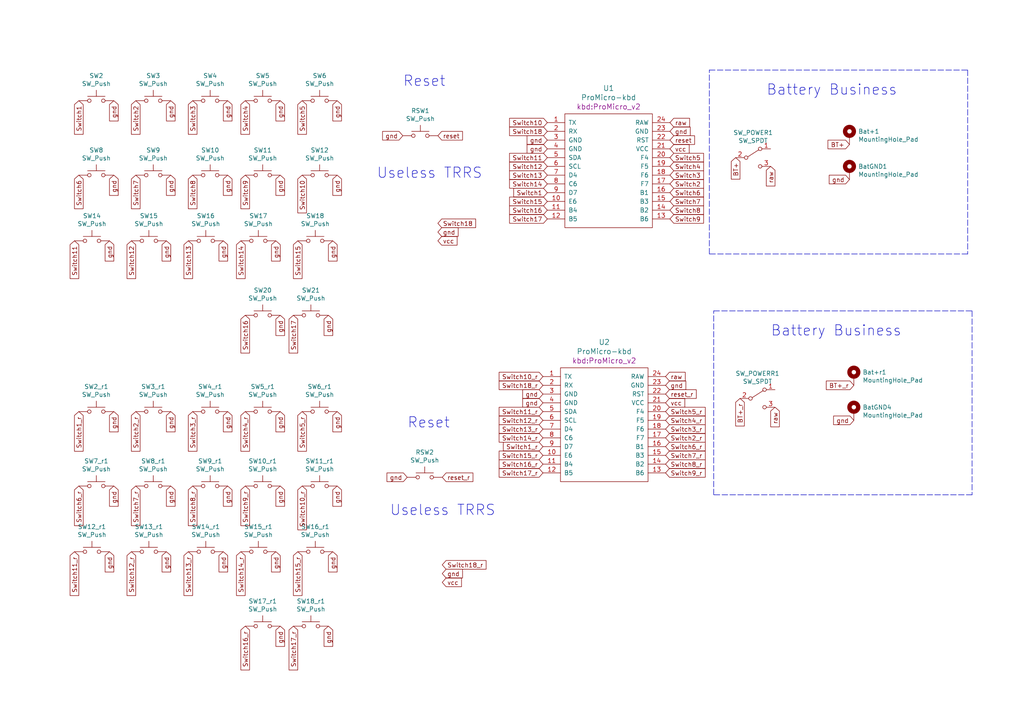
<source format=kicad_sch>
(kicad_sch (version 20211123) (generator eeschema)
  (paper "A4")
  (title_block (title "Sweep V2") (date "2021-03-10") (rev "0.1") (company "broomlabs"))
  (lib_symbols
    (symbol "Mechanical:MountingHole_Pad" (pin_numbers hide) (pin_names (offset 1.016) hide)
      (property "Reference" "H" (at 0 6.35 0))
      (property "Value" "MountingHole_Pad" (at 0 4.445 0))
      (symbol "MountingHole_Pad_0_1"
        (circle (center 0 1.27) (radius 1.27) (stroke (width 1.27)))
      )
      (symbol "MountingHole_Pad_1_1"
        (pin input line (at 0 -2.54 90) (length 2.54) (name "1") (number "1"))
      )
    )
    (symbol "Switch:SW_Push" (pin_numbers hide) (pin_names (offset 1.016) hide)
      (property "Reference" "SW" (at 1.27 2.54 0))
      (property "Value" "SW_Push" (at 0 -1.524 0))
      (symbol "SW_Push_0_1"
        (circle (center -2.032 0) (radius 0.508))
        (polyline (pts (xy 0 1.27) (xy 0 3.048)))
        (polyline (pts (xy 2.54 1.27) (xy -2.54 1.27)))
        (circle (center 2.032 0) (radius 0.508))
        (pin passive line (at -5.08 0 0) (length 2.54) (name "1") (number "1"))
        (pin passive line (at 5.08 0 180) (length 2.54) (name "2") (number "2"))
      )
    )
    (symbol "Switch:SW_SPDT" (pin_names (offset 0) hide)
      (property "Reference" "SW" (at 0 4.318 0))
      (property "Value" "SW_SPDT" (at 0 -5.08 0))
      (symbol "SW_SPDT_0_0"
        (circle (center -2.032 0) (radius 0.508))
        (circle (center 2.032 -2.54) (radius 0.508))
      )
      (symbol "SW_SPDT_0_1"
        (polyline (pts (xy -1.524 0.254) (xy 1.651 2.286)))
        (circle (center 2.032 2.54) (radius 0.508))
      )
      (symbol "SW_SPDT_1_1"
        (pin passive line (at 5.08 2.54 180) (length 2.54) (name "A") (number "1"))
        (pin passive line (at -5.08 0 0) (length 2.54) (name "B") (number "2"))
        (pin passive line (at 5.08 -2.54 180) (length 2.54) (name "C") (number "3"))
      )
    )
    (symbol "half-swept-rescue:ProMicro-kbd-bigblackpill-34key-rescue-sweepv2-rescue" (pin_names (offset 1.016))
      (property "Reference" "U" (at 0 24.13 0))
      (property "Value" "ProMicro-kbd-bigblackpill-34key-rescue-sweepv2-rescue" (at 0 -13.97 0))
      (symbol "ProMicro-kbd-bigblackpill-34key-rescue-sweepv2-rescue_0_1"
        (rectangle (start -12.7 21.59) (end 12.7 -11.43))
      )
      (symbol "ProMicro-kbd-bigblackpill-34key-rescue-sweepv2-rescue_1_1"
        (pin bidirectional line (at -17.78 19.05 0) (length 5.08) (name "TX") (number "1"))
        (pin bidirectional line (at -17.78 -3.81 0) (length 5.08) (name "E6") (number "10"))
        (pin bidirectional line (at -17.78 -6.35 0) (length 5.08) (name "B4") (number "11"))
        (pin bidirectional line (at -17.78 -8.89 0) (length 5.08) (name "B5") (number "12"))
        (pin bidirectional line (at 17.78 -8.89 180) (length 5.08) (name "B6") (number "13"))
        (pin bidirectional line (at 17.78 -6.35 180) (length 5.08) (name "B2") (number "14"))
        (pin bidirectional line (at 17.78 -3.81 180) (length 5.08) (name "B3") (number "15"))
        (pin bidirectional line (at 17.78 -1.27 180) (length 5.08) (name "B1") (number "16"))
        (pin bidirectional line (at 17.78 1.27 180) (length 5.08) (name "F7") (number "17"))
        (pin bidirectional line (at 17.78 3.81 180) (length 5.08) (name "F6") (number "18"))
        (pin bidirectional line (at 17.78 6.35 180) (length 5.08) (name "F5") (number "19"))
        (pin bidirectional line (at -17.78 16.51 0) (length 5.08) (name "RX") (number "2"))
        (pin bidirectional line (at 17.78 8.89 180) (length 5.08) (name "F4") (number "20"))
        (pin power_in line (at 17.78 11.43 180) (length 5.08) (name "VCC") (number "21"))
        (pin input line (at 17.78 13.97 180) (length 5.08) (name "RST") (number "22"))
        (pin power_in line (at 17.78 16.51 180) (length 5.08) (name "GND") (number "23"))
        (pin power_out line (at 17.78 19.05 180) (length 5.08) (name "RAW") (number "24"))
        (pin power_in line (at -17.78 13.97 0) (length 5.08) (name "GND") (number "3"))
        (pin power_in line (at -17.78 11.43 0) (length 5.08) (name "GND") (number "4"))
        (pin bidirectional line (at -17.78 8.89 0) (length 5.08) (name "SDA") (number "5"))
        (pin bidirectional line (at -17.78 6.35 0) (length 5.08) (name "SCL") (number "6"))
        (pin bidirectional line (at -17.78 3.81 0) (length 5.08) (name "D4") (number "7"))
        (pin bidirectional line (at -17.78 1.27 0) (length 5.08) (name "C6") (number "8"))
        (pin bidirectional line (at -17.78 -1.27 0) (length 5.08) (name "D7") (number "9"))
      )
    )
  )
  (polyline (pts (xy 280.67 73.66) (xy 205.74 73.66)))
  (polyline (pts (xy 281.94 90.17) (xy 281.94 143.51)))
  (polyline (pts (xy 205.74 73.66) (xy 205.74 20.32)))
  (polyline (pts (xy 280.67 20.32) (xy 280.67 73.66)))
  (polyline (pts (xy 207.01 143.51) (xy 207.01 90.17)))
  (polyline (pts (xy 207.01 90.17) (xy 281.94 90.17)))
  (polyline (pts (xy 281.94 143.51) (xy 207.01 143.51)))
  (polyline (pts (xy 205.74 20.32) (xy 280.67 20.32)))
  (text "Reset" (at 118.11 124.46 0) (effects (font (size 2.9972 2.9972)) (justify left bottom)))
  (text "Battery Business" (at 223.52 97.79 0) (effects (font (size 2.9972 2.9972)) (justify left bottom)))
  (text "Useless TRRS\n" (at 113.03 149.86 0) (effects (font (size 2.9972 2.9972)) (justify left bottom)))
  (text "Reset" (at 116.84 25.4 0) (effects (font (size 2.9972 2.9972)) (justify left bottom)))
  (text "Useless TRRS\n" (at 109.22 52.07 0) (effects (font (size 2.9972 2.9972)) (justify left bottom)))
  (text "Battery Business" (at 222.25 27.94 0) (effects (font (size 2.9972 2.9972)) (justify left bottom)))
  (global_label "gnd" (shape input) (at 81.28 181.61 270) (property "Intersheet References" "${INTERSHEET_REFS}" (effects hide)))
  (global_label "BT+" (shape input) (at 246.38 41.91 180) (property "Intersheet References" "${INTERSHEET_REFS}" (effects hide)))
  (global_label "Switch1_r" (shape input) (at 22.86 119.38 270) (property "Intersheet References" "${INTERSHEET_REFS}" (effects hide)))
  (global_label "vcc" (shape input) (at 127 69.85 0) (property "Intersheet References" "${INTERSHEET_REFS}" (effects hide)))
  (global_label "Switch18_r" (shape input) (at 157.48 111.76 180) (property "Intersheet References" "${INTERSHEET_REFS}" (effects hide)))
  (global_label "Switch10_r" (shape input) (at 157.48 109.22 180) (property "Intersheet References" "${INTERSHEET_REFS}" (effects hide)))
  (global_label "Switch8_r" (shape input) (at 193.04 134.62 0) (property "Intersheet References" "${INTERSHEET_REFS}" (effects hide)))
  (global_label "gnd" (shape input) (at 128.27 166.37 0) (property "Intersheet References" "${INTERSHEET_REFS}" (effects hide)))
  (global_label "Switch10" (shape input) (at 87.63 50.8 270) (property "Intersheet References" "${INTERSHEET_REFS}" (effects hide)))
  (global_label "Switch6" (shape input) (at 22.86 50.8 270) (property "Intersheet References" "${INTERSHEET_REFS}" (effects hide)))
  (global_label "Switch6_r" (shape input) (at 193.04 129.54 0) (property "Intersheet References" "${INTERSHEET_REFS}" (effects hide)))
  (global_label "gnd" (shape input) (at 158.75 40.64 180) (property "Intersheet References" "${INTERSHEET_REFS}" (effects hide)))
  (global_label "gnd" (shape input) (at 96.52 69.85 270) (property "Intersheet References" "${INTERSHEET_REFS}" (effects hide)))
  (global_label "Switch4" (shape input) (at 194.31 48.26 0) (property "Intersheet References" "${INTERSHEET_REFS}" (effects hide)))
  (global_label "reset_r" (shape input) (at 128.27 138.43 0) (property "Intersheet References" "${INTERSHEET_REFS}" (effects hide)))
  (global_label "Switch8_r" (shape input) (at 55.88 140.97 270) (property "Intersheet References" "${INTERSHEET_REFS}" (effects hide)))
  (global_label "gnd" (shape input) (at 48.26 160.02 270) (property "Intersheet References" "${INTERSHEET_REFS}" (effects hide)))
  (global_label "Switch4_r" (shape input) (at 71.12 119.38 270) (property "Intersheet References" "${INTERSHEET_REFS}" (effects hide)))
  (global_label "Switch15" (shape input) (at 158.75 58.42 180) (property "Intersheet References" "${INTERSHEET_REFS}" (effects hide)))
  (global_label "gnd" (shape input) (at 66.04 50.8 270) (property "Intersheet References" "${INTERSHEET_REFS}" (effects hide)))
  (global_label "Switch18" (shape input) (at 127 64.77 0) (property "Intersheet References" "${INTERSHEET_REFS}" (effects hide)))
  (global_label "Switch3_r" (shape input) (at 55.88 119.38 270) (property "Intersheet References" "${INTERSHEET_REFS}" (effects hide)))
  (global_label "gnd" (shape input) (at 95.25 181.61 270) (property "Intersheet References" "${INTERSHEET_REFS}" (effects hide)))
  (global_label "gnd" (shape input) (at 81.28 91.44 270) (property "Intersheet References" "${INTERSHEET_REFS}" (effects hide)))
  (global_label "Switch7_r" (shape input) (at 39.37 140.97 270) (property "Intersheet References" "${INTERSHEET_REFS}" (effects hide)))
  (global_label "raw" (shape input) (at 224.79 118.11 270) (property "Intersheet References" "${INTERSHEET_REFS}" (effects hide)))
  (global_label "gnd" (shape input) (at 33.02 119.38 270) (property "Intersheet References" "${INTERSHEET_REFS}" (effects hide)))
  (global_label "gnd" (shape input) (at 33.02 140.97 270) (property "Intersheet References" "${INTERSHEET_REFS}" (effects hide)))
  (global_label "gnd" (shape input) (at 80.01 69.85 270) (property "Intersheet References" "${INTERSHEET_REFS}" (effects hide)))
  (global_label "Switch17" (shape input) (at 158.75 63.5 180) (property "Intersheet References" "${INTERSHEET_REFS}" (effects hide)))
  (global_label "gnd" (shape input) (at 80.01 160.02 270) (property "Intersheet References" "${INTERSHEET_REFS}" (effects hide)))
  (global_label "Switch1" (shape input) (at 158.75 55.88 180) (property "Intersheet References" "${INTERSHEET_REFS}" (effects hide)))
  (global_label "Switch5" (shape input) (at 87.63 29.21 270) (property "Intersheet References" "${INTERSHEET_REFS}" (effects hide)))
  (global_label "Switch12" (shape input) (at 158.75 48.26 180) (property "Intersheet References" "${INTERSHEET_REFS}" (effects hide)))
  (global_label "Switch15_r" (shape input) (at 86.36 160.02 270) (property "Intersheet References" "${INTERSHEET_REFS}" (effects hide)))
  (global_label "gnd" (shape input) (at 66.04 119.38 270) (property "Intersheet References" "${INTERSHEET_REFS}" (effects hide)))
  (global_label "Switch12" (shape input) (at 38.1 69.85 270) (property "Intersheet References" "${INTERSHEET_REFS}" (effects hide)))
  (global_label "gnd" (shape input) (at 33.02 50.8 270) (property "Intersheet References" "${INTERSHEET_REFS}" (effects hide)))
  (global_label "Switch9" (shape input) (at 71.12 50.8 270) (property "Intersheet References" "${INTERSHEET_REFS}" (effects hide)))
  (global_label "Switch6" (shape input) (at 194.31 55.88 0) (property "Intersheet References" "${INTERSHEET_REFS}" (effects hide)))
  (global_label "gnd" (shape input) (at 49.53 140.97 270) (property "Intersheet References" "${INTERSHEET_REFS}" (effects hide)))
  (global_label "reset" (shape input) (at 194.31 40.64 0) (property "Intersheet References" "${INTERSHEET_REFS}" (effects hide)))
  (global_label "Switch7_r" (shape input) (at 193.04 132.08 0) (property "Intersheet References" "${INTERSHEET_REFS}" (effects hide)))
  (global_label "reset" (shape input) (at 127 39.37 0) (property "Intersheet References" "${INTERSHEET_REFS}" (effects hide)))
  (global_label "Switch17_r" (shape input) (at 157.48 137.16 180) (property "Intersheet References" "${INTERSHEET_REFS}" (effects hide)))
  (global_label "Switch2" (shape input) (at 194.31 53.34 0) (property "Intersheet References" "${INTERSHEET_REFS}" (effects hide)))
  (global_label "Switch5_r" (shape input) (at 193.04 119.38 0) (property "Intersheet References" "${INTERSHEET_REFS}" (effects hide)))
  (global_label "Switch15" (shape input) (at 86.36 69.85 270) (property "Intersheet References" "${INTERSHEET_REFS}" (effects hide)))
  (global_label "raw" (shape input) (at 223.52 48.26 270) (property "Intersheet References" "${INTERSHEET_REFS}" (effects hide)))
  (global_label "Switch3_r" (shape input) (at 193.04 124.46 0) (property "Intersheet References" "${INTERSHEET_REFS}" (effects hide)))
  (global_label "gnd" (shape input) (at 247.65 121.92 180) (property "Intersheet References" "${INTERSHEET_REFS}" (effects hide)))
  (global_label "Switch14_r" (shape input) (at 69.85 160.02 270) (property "Intersheet References" "${INTERSHEET_REFS}" (effects hide)))
  (global_label "gnd" (shape input) (at 246.38 52.07 180) (property "Intersheet References" "${INTERSHEET_REFS}" (effects hide)))
  (global_label "Switch17" (shape input) (at 85.09 91.44 270) (property "Intersheet References" "${INTERSHEET_REFS}" (effects hide)))
  (global_label "gnd" (shape input) (at 31.75 160.02 270) (property "Intersheet References" "${INTERSHEET_REFS}" (effects hide)))
  (global_label "Switch3" (shape input) (at 55.88 29.21 270) (property "Intersheet References" "${INTERSHEET_REFS}" (effects hide)))
  (global_label "gnd" (shape input) (at 49.53 29.21 270) (property "Intersheet References" "${INTERSHEET_REFS}" (effects hide)))
  (global_label "Switch1_r" (shape input) (at 157.48 129.54 180) (property "Intersheet References" "${INTERSHEET_REFS}" (effects hide)))
  (global_label "gnd" (shape input) (at 97.79 119.38 270) (property "Intersheet References" "${INTERSHEET_REFS}" (effects hide)))
  (global_label "gnd" (shape input) (at 97.79 140.97 270) (property "Intersheet References" "${INTERSHEET_REFS}" (effects hide)))
  (global_label "Switch11" (shape input) (at 158.75 45.72 180) (property "Intersheet References" "${INTERSHEET_REFS}" (effects hide)))
  (global_label "gnd" (shape input) (at 96.52 160.02 270) (property "Intersheet References" "${INTERSHEET_REFS}" (effects hide)))
  (global_label "Switch7" (shape input) (at 194.31 58.42 0) (property "Intersheet References" "${INTERSHEET_REFS}" (effects hide)))
  (global_label "Switch9" (shape input) (at 194.31 63.5 0) (property "Intersheet References" "${INTERSHEET_REFS}" (effects hide)))
  (global_label "Switch7" (shape input) (at 39.37 50.8 270) (property "Intersheet References" "${INTERSHEET_REFS}" (effects hide)))
  (global_label "Switch4_r" (shape input) (at 193.04 121.92 0) (property "Intersheet References" "${INTERSHEET_REFS}" (effects hide)))
  (global_label "gnd" (shape input) (at 33.02 29.21 270) (property "Intersheet References" "${INTERSHEET_REFS}" (effects hide)))
  (global_label "Switch2" (shape input) (at 39.37 29.21 270) (property "Intersheet References" "${INTERSHEET_REFS}" (effects hide)))
  (global_label "Switch6_r" (shape input) (at 22.86 140.97 270) (property "Intersheet References" "${INTERSHEET_REFS}" (effects hide)))
  (global_label "Switch1" (shape input) (at 22.86 29.21 270) (property "Intersheet References" "${INTERSHEET_REFS}" (effects hide)))
  (global_label "gnd" (shape input) (at 66.04 140.97 270) (property "Intersheet References" "${INTERSHEET_REFS}" (effects hide)))
  (global_label "Switch11_r" (shape input) (at 157.48 119.38 180) (property "Intersheet References" "${INTERSHEET_REFS}" (effects hide)))
  (global_label "gnd" (shape input) (at 157.48 114.3 180) (property "Intersheet References" "${INTERSHEET_REFS}" (effects hide)))
  (global_label "Switch13_r" (shape input) (at 157.48 124.46 180) (property "Intersheet References" "${INTERSHEET_REFS}" (effects hide)))
  (global_label "Switch8" (shape input) (at 194.31 60.96 0) (property "Intersheet References" "${INTERSHEET_REFS}" (effects hide)))
  (global_label "Switch17_r" (shape input) (at 85.09 181.61 270) (property "Intersheet References" "${INTERSHEET_REFS}" (effects hide)))
  (global_label "gnd" (shape input) (at 64.77 69.85 270) (property "Intersheet References" "${INTERSHEET_REFS}" (effects hide)))
  (global_label "reset_r" (shape input) (at 193.04 114.3 0) (property "Intersheet References" "${INTERSHEET_REFS}" (effects hide)))
  (global_label "Switch12_r" (shape input) (at 38.1 160.02 270) (property "Intersheet References" "${INTERSHEET_REFS}" (effects hide)))
  (global_label "Switch18" (shape input) (at 158.75 38.1 180) (property "Intersheet References" "${INTERSHEET_REFS}" (effects hide)))
  (global_label "Switch14" (shape input) (at 158.75 53.34 180) (property "Intersheet References" "${INTERSHEET_REFS}" (effects hide)))
  (global_label "BT+_r" (shape input) (at 214.63 115.57 270) (property "Intersheet References" "${INTERSHEET_REFS}" (effects hide)))
  (global_label "gnd" (shape input) (at 31.75 69.85 270) (property "Intersheet References" "${INTERSHEET_REFS}" (effects hide)))
  (global_label "gnd" (shape input) (at 49.53 50.8 270) (property "Intersheet References" "${INTERSHEET_REFS}" (effects hide)))
  (global_label "gnd" (shape input) (at 97.79 29.21 270) (property "Intersheet References" "${INTERSHEET_REFS}" (effects hide)))
  (global_label "Switch3" (shape input) (at 194.31 50.8 0) (property "Intersheet References" "${INTERSHEET_REFS}" (effects hide)))
  (global_label "gnd" (shape input) (at 158.75 43.18 180) (property "Intersheet References" "${INTERSHEET_REFS}" (effects hide)))
  (global_label "Switch16_r" (shape input) (at 71.12 181.61 270) (property "Intersheet References" "${INTERSHEET_REFS}" (effects hide)))
  (global_label "Switch16_r" (shape input) (at 157.48 134.62 180) (property "Intersheet References" "${INTERSHEET_REFS}" (effects hide)))
  (global_label "Switch2_r" (shape input) (at 39.37 119.38 270) (property "Intersheet References" "${INTERSHEET_REFS}" (effects hide)))
  (global_label "Switch16" (shape input) (at 71.12 91.44 270) (property "Intersheet References" "${INTERSHEET_REFS}" (effects hide)))
  (global_label "Switch18_r" (shape input) (at 128.27 163.83 0) (property "Intersheet References" "${INTERSHEET_REFS}" (effects hide)))
  (global_label "Switch4" (shape input) (at 71.12 29.21 270) (property "Intersheet References" "${INTERSHEET_REFS}" (effects hide)))
  (global_label "gnd" (shape input) (at 118.11 138.43 180) (property "Intersheet References" "${INTERSHEET_REFS}" (effects hide)))
  (global_label "Switch10" (shape input) (at 158.75 35.56 180) (property "Intersheet References" "${INTERSHEET_REFS}" (effects hide)))
  (global_label "Switch15_r" (shape input) (at 157.48 132.08 180) (property "Intersheet References" "${INTERSHEET_REFS}" (effects hide)))
  (global_label "gnd" (shape input) (at 127 67.31 0) (property "Intersheet References" "${INTERSHEET_REFS}" (effects hide)))
  (global_label "gnd" (shape input) (at 97.79 50.8 270) (property "Intersheet References" "${INTERSHEET_REFS}" (effects hide)))
  (global_label "gnd" (shape input) (at 81.28 140.97 270) (property "Intersheet References" "${INTERSHEET_REFS}" (effects hide)))
  (global_label "Switch9_r" (shape input) (at 71.12 140.97 270) (property "Intersheet References" "${INTERSHEET_REFS}" (effects hide)))
  (global_label "Switch16" (shape input) (at 158.75 60.96 180) (property "Intersheet References" "${INTERSHEET_REFS}" (effects hide)))
  (global_label "BT+_r" (shape input) (at 247.65 111.76 180) (property "Intersheet References" "${INTERSHEET_REFS}" (effects hide)))
  (global_label "Switch8" (shape input) (at 55.88 50.8 270) (property "Intersheet References" "${INTERSHEET_REFS}" (effects hide)))
  (global_label "Switch13" (shape input) (at 158.75 50.8 180) (property "Intersheet References" "${INTERSHEET_REFS}" (effects hide)))
  (global_label "Switch11" (shape input) (at 21.59 69.85 270) (property "Intersheet References" "${INTERSHEET_REFS}" (effects hide)))
  (global_label "Switch14" (shape input) (at 69.85 69.85 270) (property "Intersheet References" "${INTERSHEET_REFS}" (effects hide)))
  (global_label "Switch5_r" (shape input) (at 87.63 119.38 270) (property "Intersheet References" "${INTERSHEET_REFS}" (effects hide)))
  (global_label "Switch9_r" (shape input) (at 193.04 137.16 0) (property "Intersheet References" "${INTERSHEET_REFS}" (effects hide)))
  (global_label "gnd" (shape input) (at 48.26 69.85 270) (property "Intersheet References" "${INTERSHEET_REFS}" (effects hide)))
  (global_label "gnd" (shape input) (at 66.04 29.21 270) (property "Intersheet References" "${INTERSHEET_REFS}" (effects hide)))
  (global_label "Switch13_r" (shape input) (at 54.61 160.02 270) (property "Intersheet References" "${INTERSHEET_REFS}" (effects hide)))
  (global_label "Switch14_r" (shape input) (at 157.48 127 180) (property "Intersheet References" "${INTERSHEET_REFS}" (effects hide)))
  (global_label "Switch13" (shape input) (at 54.61 69.85 270) (property "Intersheet References" "${INTERSHEET_REFS}" (effects hide)))
  (global_label "gnd" (shape input) (at 49.53 119.38 270) (property "Intersheet References" "${INTERSHEET_REFS}" (effects hide)))
  (global_label "Switch2_r" (shape input) (at 193.04 127 0) (property "Intersheet References" "${INTERSHEET_REFS}" (effects hide)))
  (global_label "gnd" (shape input) (at 157.48 116.84 180) (property "Intersheet References" "${INTERSHEET_REFS}" (effects hide)))
  (global_label "Switch10_r" (shape input) (at 87.63 140.97 270) (property "Intersheet References" "${INTERSHEET_REFS}" (effects hide)))
  (global_label "vcc" (shape input) (at 128.27 168.91 0) (property "Intersheet References" "${INTERSHEET_REFS}" (effects hide)))
  (global_label "gnd" (shape input) (at 95.25 91.44 270) (property "Intersheet References" "${INTERSHEET_REFS}" (effects hide)))
  (global_label "gnd" (shape input) (at 81.28 119.38 270) (property "Intersheet References" "${INTERSHEET_REFS}" (effects hide)))
  (global_label "gnd" (shape input) (at 81.28 50.8 270) (property "Intersheet References" "${INTERSHEET_REFS}" (effects hide)))
  (global_label "Switch12_r" (shape input) (at 157.48 121.92 180) (property "Intersheet References" "${INTERSHEET_REFS}" (effects hide)))
  (global_label "BT+" (shape input) (at 213.36 45.72 270) (property "Intersheet References" "${INTERSHEET_REFS}" (effects hide)))
  (global_label "gnd" (shape input) (at 64.77 160.02 270) (property "Intersheet References" "${INTERSHEET_REFS}" (effects hide)))
  (global_label "gnd" (shape input) (at 116.84 39.37 180) (property "Intersheet References" "${INTERSHEET_REFS}" (effects hide)))
  (global_label "raw" (shape input) (at 193.04 109.22 0) (property "Intersheet References" "${INTERSHEET_REFS}" (effects hide)))
  (global_label "raw" (shape input) (at 194.31 35.56 0) (property "Intersheet References" "${INTERSHEET_REFS}" (effects hide)))
  (global_label "gnd" (shape input) (at 193.04 111.76 0) (property "Intersheet References" "${INTERSHEET_REFS}" (effects hide)))
  (global_label "vcc" (shape input) (at 194.31 43.18 0) (property "Intersheet References" "${INTERSHEET_REFS}" (effects hide)))
  (global_label "gnd" (shape input) (at 194.31 38.1 0) (property "Intersheet References" "${INTERSHEET_REFS}" (effects hide)))
  (global_label "gnd" (shape input) (at 81.28 29.21 270) (property "Intersheet References" "${INTERSHEET_REFS}" (effects hide)))
  (global_label "Switch11_r" (shape input) (at 21.59 160.02 270) (property "Intersheet References" "${INTERSHEET_REFS}" (effects hide)))
  (global_label "Switch5" (shape input) (at 194.31 45.72 0) (property "Intersheet References" "${INTERSHEET_REFS}" (effects hide)))
  (global_label "vcc" (shape input) (at 193.04 116.84 0) (property "Intersheet References" "${INTERSHEET_REFS}" (effects hide)))
  (symbol (lib_id "Mechanical:MountingHole_Pad") (at 246.38 39.37 0) (unit 1)
    (property "Reference" "Bat+1" (at 248.92 38.1254 0) (effects (justify left)))
    (property "Value" "MountingHole_Pad" (at 248.92 40.4368 0) (effects (justify left)))
    (property "Footprint" "kbd:1pin_conn" (effects hide))
  )
  (symbol (lib_id "Mechanical:MountingHole_Pad") (at 246.38 49.53 0) (unit 1)
    (property "Reference" "BatGND1" (at 248.92 48.2854 0) (effects (justify left)))
    (property "Value" "MountingHole_Pad" (at 248.92 50.5968 0) (effects (justify left)))
    (property "Footprint" "kbd:1pin_conn" (effects hide))
  )
  (symbol (lib_id "half-swept-rescue:ProMicro-kbd-bigblackpill-34key-rescue-sweepv2-rescue") (at 176.53 54.61 0) (unit 1)
    (property "Reference" "U1" (at 176.53 25.5778 0) (effects (font (size 1.524 1.524))))
    (property "Value" "ProMicro-kbd" (at 176.53 28.2702 0) (effects (font (size 1.524 1.524))))
    (property "Footprint" "kbd:ProMicro_v2" (at 176.53 30.9626 0) (effects (font (size 1.524 1.524))))
  )
  (symbol (lib_id "Switch:SW_Push") (at 27.94 29.21 0) (unit 1)
    (property "Reference" "SW2" (at 27.94 21.971 0))
    (property "Value" "SW_Push" (at 27.94 24.2824 0))
    (property "Footprint" "Kailh:SW_PG1350_rev_DPB" (effects hide))
  )
  (symbol (lib_id "Switch:SW_Push") (at 44.45 29.21 0) (unit 1)
    (property "Reference" "SW3" (at 44.45 21.971 0))
    (property "Value" "SW_Push" (at 44.45 24.2824 0))
    (property "Footprint" "Kailh:SW_PG1350_rev_DPB" (effects hide))
  )
  (symbol (lib_id "Switch:SW_Push") (at 60.96 29.21 0) (unit 1)
    (property "Reference" "SW4" (at 60.96 21.971 0))
    (property "Value" "SW_Push" (at 60.96 24.2824 0))
    (property "Footprint" "Kailh:SW_PG1350_rev_DPB" (effects hide))
  )
  (symbol (lib_id "Switch:SW_Push") (at 76.2 29.21 0) (unit 1)
    (property "Reference" "SW5" (at 76.2 21.971 0))
    (property "Value" "SW_Push" (at 76.2 24.2824 0))
    (property "Footprint" "Kailh:SW_PG1350_rev_DPB" (effects hide))
  )
  (symbol (lib_id "Switch:SW_Push") (at 92.71 29.21 0) (unit 1)
    (property "Reference" "SW6" (at 92.71 21.971 0))
    (property "Value" "SW_Push" (at 92.71 24.2824 0))
    (property "Footprint" "Kailh:SW_PG1350_rev_DPB" (effects hide))
  )
  (symbol (lib_id "Switch:SW_Push") (at 76.2 91.44 0) (unit 1)
    (property "Reference" "SW20" (at 76.2 84.201 0))
    (property "Value" "SW_Push" (at 76.2 86.5124 0))
    (property "Footprint" "Kailh:SW_PG1350_rev_DPB" (effects hide))
  )
  (symbol (lib_id "Switch:SW_Push") (at 90.17 91.44 0) (unit 1)
    (property "Reference" "SW21" (at 90.17 84.201 0))
    (property "Value" "SW_Push" (at 90.17 86.5124 0))
    (property "Footprint" "Kailh:SW_PG1350_rev_DPB" (effects hide))
  )
  (symbol (lib_id "Switch:SW_Push") (at 27.94 50.8 0) (unit 1)
    (property "Reference" "SW8" (at 27.94 43.561 0))
    (property "Value" "SW_Push" (at 27.94 45.8724 0))
    (property "Footprint" "Kailh:SW_PG1350_rev_DPB" (effects hide))
  )
  (symbol (lib_id "Switch:SW_Push") (at 44.45 50.8 0) (unit 1)
    (property "Reference" "SW9" (at 44.45 43.561 0))
    (property "Value" "SW_Push" (at 44.45 45.8724 0))
    (property "Footprint" "Kailh:SW_PG1350_rev_DPB" (effects hide))
  )
  (symbol (lib_id "Switch:SW_Push") (at 60.96 50.8 0) (unit 1)
    (property "Reference" "SW10" (at 60.96 43.561 0))
    (property "Value" "SW_Push" (at 60.96 45.8724 0))
    (property "Footprint" "Kailh:SW_PG1350_rev_DPB" (effects hide))
  )
  (symbol (lib_id "Switch:SW_Push") (at 76.2 50.8 0) (unit 1)
    (property "Reference" "SW11" (at 76.2 43.561 0))
    (property "Value" "SW_Push" (at 76.2 45.8724 0))
    (property "Footprint" "Kailh:SW_PG1350_rev_DPB" (effects hide))
  )
  (symbol (lib_id "Switch:SW_Push") (at 92.71 50.8 0) (unit 1)
    (property "Reference" "SW12" (at 92.71 43.561 0))
    (property "Value" "SW_Push" (at 92.71 45.8724 0))
    (property "Footprint" "Kailh:SW_PG1350_rev_DPB" (effects hide))
  )
  (symbol (lib_id "Switch:SW_Push") (at 26.67 69.85 0) (unit 1)
    (property "Reference" "SW14" (at 26.67 62.611 0))
    (property "Value" "SW_Push" (at 26.67 64.9224 0))
    (property "Footprint" "Kailh:SW_PG1350_rev_DPB" (effects hide))
  )
  (symbol (lib_id "Switch:SW_Push") (at 43.18 69.85 0) (unit 1)
    (property "Reference" "SW15" (at 43.18 62.611 0))
    (property "Value" "SW_Push" (at 43.18 64.9224 0))
    (property "Footprint" "Kailh:SW_PG1350_rev_DPB" (effects hide))
  )
  (symbol (lib_id "Switch:SW_Push") (at 59.69 69.85 0) (unit 1)
    (property "Reference" "SW16" (at 59.69 62.611 0))
    (property "Value" "SW_Push" (at 59.69 64.9224 0))
    (property "Footprint" "Kailh:SW_PG1350_rev_DPB" (effects hide))
  )
  (symbol (lib_id "Switch:SW_Push") (at 74.93 69.85 0) (unit 1)
    (property "Reference" "SW17" (at 74.93 62.611 0))
    (property "Value" "SW_Push" (at 74.93 64.9224 0))
    (property "Footprint" "Kailh:SW_PG1350_rev_DPB" (effects hide))
  )
  (symbol (lib_id "Switch:SW_Push") (at 91.44 69.85 0) (unit 1)
    (property "Reference" "SW18" (at 91.44 62.611 0))
    (property "Value" "SW_Push" (at 91.44 64.9224 0))
    (property "Footprint" "Kailh:SW_PG1350_rev_DPB" (effects hide))
  )
  (symbol (lib_id "Switch:SW_Push") (at 121.92 39.37 0) (unit 1)
    (property "Reference" "RSW1" (at 121.92 32.131 0))
    (property "Value" "SW_Push" (at 121.92 34.4424 0))
    (property "Footprint" "kbd:ResetSW" (effects hide))
  )
  (symbol (lib_id "Switch:SW_SPDT") (at 218.44 45.72 0) (unit 1)
    (property "Reference" "SW_POWER1" (at 218.44 38.481 0))
    (property "Value" "SW_SPDT" (at 218.44 40.7924 0))
    (property "Footprint" "Kailh:SPDT_C128955" (effects hide))
  )
  (symbol (lib_id "Switch:SW_Push") (at 27.94 119.38 0) (unit 1)
    (property "Reference" "SW2_r1" (at 27.94 112.141 0))
    (property "Value" "SW_Push" (at 27.94 114.4524 0))
    (property "Footprint" "Kailh:SW_PG1350_rev_DPB" (effects hide))
  )
  (symbol (lib_id "Switch:SW_Push") (at 44.45 119.38 0) (unit 1)
    (property "Reference" "SW3_r1" (at 44.45 112.141 0))
    (property "Value" "SW_Push" (at 44.45 114.4524 0))
    (property "Footprint" "Kailh:SW_PG1350_rev_DPB" (effects hide))
  )
  (symbol (lib_id "Switch:SW_Push") (at 60.96 119.38 0) (unit 1)
    (property "Reference" "SW4_r1" (at 60.96 112.141 0))
    (property "Value" "SW_Push" (at 60.96 114.4524 0))
    (property "Footprint" "Kailh:SW_PG1350_rev_DPB" (effects hide))
  )
  (symbol (lib_id "Switch:SW_Push") (at 76.2 119.38 0) (unit 1)
    (property "Reference" "SW5_r1" (at 76.2 112.141 0))
    (property "Value" "SW_Push" (at 76.2 114.4524 0))
    (property "Footprint" "Kailh:SW_PG1350_rev_DPB" (effects hide))
  )
  (symbol (lib_id "Switch:SW_Push") (at 92.71 119.38 0) (unit 1)
    (property "Reference" "SW6_r1" (at 92.71 112.141 0))
    (property "Value" "SW_Push" (at 92.71 114.4524 0))
    (property "Footprint" "Kailh:SW_PG1350_rev_DPB" (effects hide))
  )
  (symbol (lib_id "Switch:SW_Push") (at 76.2 181.61 0) (unit 1)
    (property "Reference" "SW17_r1" (at 76.2 174.371 0))
    (property "Value" "SW_Push" (at 76.2 176.6824 0))
    (property "Footprint" "Kailh:SW_PG1350_rev_DPB" (effects hide))
  )
  (symbol (lib_id "Switch:SW_Push") (at 90.17 181.61 0) (unit 1)
    (property "Reference" "SW18_r1" (at 90.17 174.371 0))
    (property "Value" "SW_Push" (at 90.17 176.6824 0))
    (property "Footprint" "Kailh:SW_PG1350_rev_DPB" (effects hide))
  )
  (symbol (lib_id "Switch:SW_Push") (at 27.94 140.97 0) (unit 1)
    (property "Reference" "SW7_r1" (at 27.94 133.731 0))
    (property "Value" "SW_Push" (at 27.94 136.0424 0))
    (property "Footprint" "Kailh:SW_PG1350_rev_DPB" (effects hide))
  )
  (symbol (lib_id "Switch:SW_Push") (at 44.45 140.97 0) (unit 1)
    (property "Reference" "SW8_r1" (at 44.45 133.731 0))
    (property "Value" "SW_Push" (at 44.45 136.0424 0))
    (property "Footprint" "Kailh:SW_PG1350_rev_DPB" (effects hide))
  )
  (symbol (lib_id "Switch:SW_Push") (at 60.96 140.97 0) (unit 1)
    (property "Reference" "SW9_r1" (at 60.96 133.731 0))
    (property "Value" "SW_Push" (at 60.96 136.0424 0))
    (property "Footprint" "Kailh:SW_PG1350_rev_DPB" (effects hide))
  )
  (symbol (lib_id "Switch:SW_Push") (at 76.2 140.97 0) (unit 1)
    (property "Reference" "SW10_r1" (at 76.2 133.731 0))
    (property "Value" "SW_Push" (at 76.2 136.0424 0))
    (property "Footprint" "Kailh:SW_PG1350_rev_DPB" (effects hide))
  )
  (symbol (lib_id "Switch:SW_Push") (at 92.71 140.97 0) (unit 1)
    (property "Reference" "SW11_r1" (at 92.71 133.731 0))
    (property "Value" "SW_Push" (at 92.71 136.0424 0))
    (property "Footprint" "Kailh:SW_PG1350_rev_DPB" (effects hide))
  )
  (symbol (lib_id "Switch:SW_Push") (at 26.67 160.02 0) (unit 1)
    (property "Reference" "SW12_r1" (at 26.67 152.781 0))
    (property "Value" "SW_Push" (at 26.67 155.0924 0))
    (property "Footprint" "Kailh:SW_PG1350_rev_DPB" (effects hide))
  )
  (symbol (lib_id "Switch:SW_Push") (at 43.18 160.02 0) (unit 1)
    (property "Reference" "SW13_r1" (at 43.18 152.781 0))
    (property "Value" "SW_Push" (at 43.18 155.0924 0))
    (property "Footprint" "Kailh:SW_PG1350_rev_DPB" (effects hide))
  )
  (symbol (lib_id "Switch:SW_Push") (at 59.69 160.02 0) (unit 1)
    (property "Reference" "SW14_r1" (at 59.69 152.781 0))
    (property "Value" "SW_Push" (at 59.69 155.0924 0))
    (property "Footprint" "Kailh:SW_PG1350_rev_DPB" (effects hide))
  )
  (symbol (lib_id "Switch:SW_Push") (at 74.93 160.02 0) (unit 1)
    (property "Reference" "SW15_r1" (at 74.93 152.781 0))
    (property "Value" "SW_Push" (at 74.93 155.0924 0))
    (property "Footprint" "Kailh:SW_PG1350_rev_DPB" (effects hide))
  )
  (symbol (lib_id "Switch:SW_Push") (at 91.44 160.02 0) (unit 1)
    (property "Reference" "SW16_r1" (at 91.44 152.781 0))
    (property "Value" "SW_Push" (at 91.44 155.0924 0))
    (property "Footprint" "Kailh:SW_PG1350_rev_DPB" (effects hide))
  )
  (symbol (lib_id "half-swept-rescue:ProMicro-kbd-bigblackpill-34key-rescue-sweepv2-rescue") (at 175.26 128.27 0) (unit 1)
    (property "Reference" "U2" (at 175.26 99.2378 0) (effects (font (size 1.524 1.524))))
    (property "Value" "ProMicro-kbd" (at 175.26 101.9302 0) (effects (font (size 1.524 1.524))))
    (property "Footprint" "kbd:ProMicro_v2" (at 175.26 104.6226 0) (effects (font (size 1.524 1.524))))
  )
  (symbol (lib_id "Switch:SW_Push") (at 123.19 138.43 0) (unit 1)
    (property "Reference" "RSW2" (at 123.19 131.191 0))
    (property "Value" "SW_Push" (at 123.19 133.5024 0))
    (property "Footprint" "kbd:ResetSW" (effects hide))
  )
  (symbol (lib_id "Switch:SW_SPDT") (at 219.71 115.57 0) (unit 1)
    (property "Reference" "SW_POWERR1" (at 219.71 108.331 0))
    (property "Value" "SW_SPDT" (at 219.71 110.6424 0))
    (property "Footprint" "Kailh:SPDT_C128955" (effects hide))
  )
  (symbol (lib_id "Mechanical:MountingHole_Pad") (at 247.65 109.22 0) (unit 1)
    (property "Reference" "Bat+r1" (at 250.19 107.9754 0) (effects (justify left)))
    (property "Value" "MountingHole_Pad" (at 250.19 110.2868 0) (effects (justify left)))
    (property "Footprint" "kbd:1pin_conn" (effects hide))
  )
  (symbol (lib_id "Mechanical:MountingHole_Pad") (at 247.65 119.38 0) (unit 1)
    (property "Reference" "BatGND4" (at 250.19 118.1354 0) (effects (justify left)))
    (property "Value" "MountingHole_Pad" (at 250.19 120.4468 0) (effects (justify left)))
    (property "Footprint" "kbd:1pin_conn" (effects hide))
  )
)
</source>
